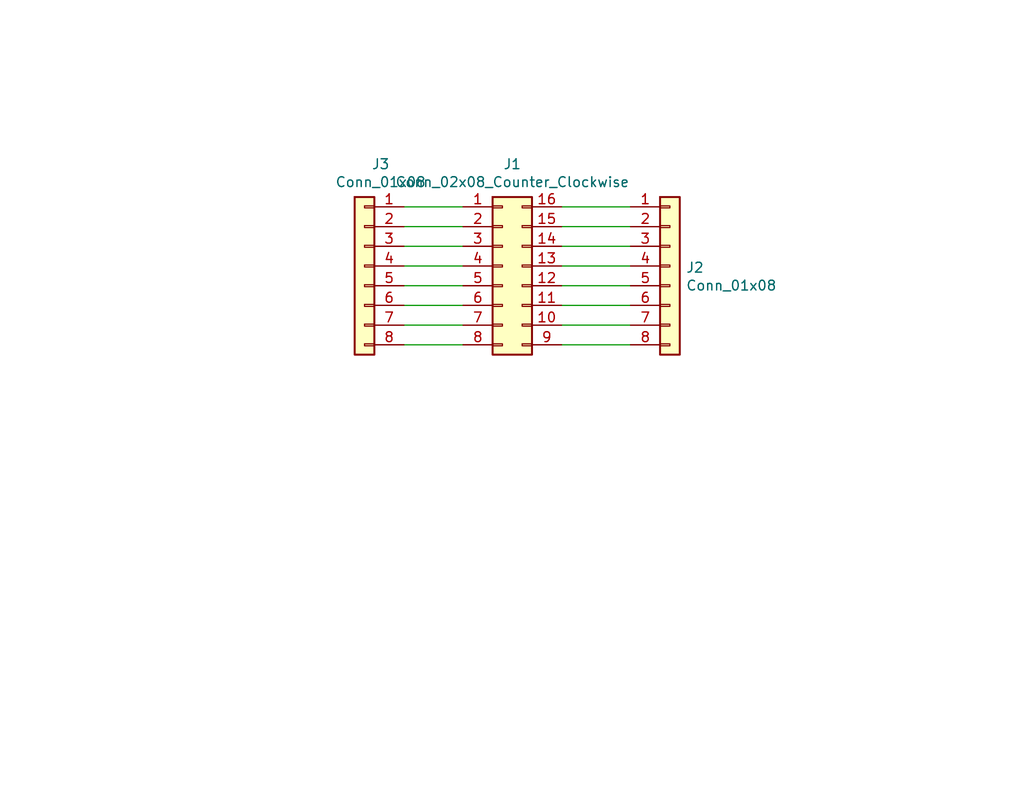
<source format=kicad_sch>
(kicad_sch (version 20230121) (generator eeschema)
  (paper "User" 132.004 102.006)
  (title_block (title "SOIC16 To DIP16 Breakout Board") (date "2019-07-04") (rev "1") (company "SirBoard") (comment 1 "SOIC16 P = 1.27mm") (comment 2 "TSSOP P = 0.65mm") (comment 3 "DIP P = 2.54mm"))
  (lib_symbols
    (symbol "Connector_Generic:Conn_01x08" (pin_names (offset 1.016) hide)
      (property "Reference" "J" (at 0 10.16 0))
      (property "Value" "Conn_01x08" (at 0 -12.7 0))
      (symbol "Conn_01x08_1_1"
        (rectangle (start -1.27 -10.033) (end 0 -10.287) (stroke (width 0.1524)))
        (rectangle (start -1.27 -7.493) (end 0 -7.747) (stroke (width 0.1524)))
        (rectangle (start -1.27 -4.953) (end 0 -5.207) (stroke (width 0.1524)))
        (rectangle (start -1.27 -2.413) (end 0 -2.667) (stroke (width 0.1524)))
        (rectangle (start -1.27 0.127) (end 0 -0.127) (stroke (width 0.1524)))
        (rectangle (start -1.27 2.667) (end 0 2.413) (stroke (width 0.1524)))
        (rectangle (start -1.27 5.207) (end 0 4.953) (stroke (width 0.1524)))
        (rectangle (start -1.27 7.747) (end 0 7.493) (stroke (width 0.1524)))
        (rectangle (start -1.27 8.89) (end 1.27 -11.43) (stroke (width 0.254)) (fill (type background)))
        (pin passive line (at -5.08 7.62 0) (length 3.81) (name "Pin_1") (number "1"))
        (pin passive line (at -5.08 5.08 0) (length 3.81) (name "Pin_2") (number "2"))
        (pin passive line (at -5.08 2.54 0) (length 3.81) (name "Pin_3") (number "3"))
        (pin passive line (at -5.08 0 0) (length 3.81) (name "Pin_4") (number "4"))
        (pin passive line (at -5.08 -2.54 0) (length 3.81) (name "Pin_5") (number "5"))
        (pin passive line (at -5.08 -5.08 0) (length 3.81) (name "Pin_6") (number "6"))
        (pin passive line (at -5.08 -7.62 0) (length 3.81) (name "Pin_7") (number "7"))
        (pin passive line (at -5.08 -10.16 0) (length 3.81) (name "Pin_8") (number "8"))
      )
    )
    (symbol "Connector_Generic:Conn_02x08_Counter_Clockwise" (pin_names (offset 1.016) hide)
      (property "Reference" "J" (at 1.27 10.16 0))
      (property "Value" "Conn_02x08_Counter_Clockwise" (at 1.27 -12.7 0))
      (symbol "Conn_02x08_Counter_Clockwise_1_1"
        (rectangle (start -1.27 -10.033) (end 0 -10.287) (stroke (width 0.1524)))
        (rectangle (start -1.27 -7.493) (end 0 -7.747) (stroke (width 0.1524)))
        (rectangle (start -1.27 -4.953) (end 0 -5.207) (stroke (width 0.1524)))
        (rectangle (start -1.27 -2.413) (end 0 -2.667) (stroke (width 0.1524)))
        (rectangle (start -1.27 0.127) (end 0 -0.127) (stroke (width 0.1524)))
        (rectangle (start -1.27 2.667) (end 0 2.413) (stroke (width 0.1524)))
        (rectangle (start -1.27 5.207) (end 0 4.953) (stroke (width 0.1524)))
        (rectangle (start -1.27 7.747) (end 0 7.493) (stroke (width 0.1524)))
        (rectangle (start -1.27 8.89) (end 3.81 -11.43) (stroke (width 0.254)) (fill (type background)))
        (rectangle (start 3.81 -10.033) (end 2.54 -10.287) (stroke (width 0.1524)))
        (rectangle (start 3.81 -7.493) (end 2.54 -7.747) (stroke (width 0.1524)))
        (rectangle (start 3.81 -4.953) (end 2.54 -5.207) (stroke (width 0.1524)))
        (rectangle (start 3.81 -2.413) (end 2.54 -2.667) (stroke (width 0.1524)))
        (rectangle (start 3.81 0.127) (end 2.54 -0.127) (stroke (width 0.1524)))
        (rectangle (start 3.81 2.667) (end 2.54 2.413) (stroke (width 0.1524)))
        (rectangle (start 3.81 5.207) (end 2.54 4.953) (stroke (width 0.1524)))
        (rectangle (start 3.81 7.747) (end 2.54 7.493) (stroke (width 0.1524)))
        (pin passive line (at -5.08 7.62 0) (length 3.81) (name "Pin_1") (number "1"))
        (pin passive line (at 7.62 -7.62 180) (length 3.81) (name "Pin_10") (number "10"))
        (pin passive line (at 7.62 -5.08 180) (length 3.81) (name "Pin_11") (number "11"))
        (pin passive line (at 7.62 -2.54 180) (length 3.81) (name "Pin_12") (number "12"))
        (pin passive line (at 7.62 0 180) (length 3.81) (name "Pin_13") (number "13"))
        (pin passive line (at 7.62 2.54 180) (length 3.81) (name "Pin_14") (number "14"))
        (pin passive line (at 7.62 5.08 180) (length 3.81) (name "Pin_15") (number "15"))
        (pin passive line (at 7.62 7.62 180) (length 3.81) (name "Pin_16") (number "16"))
        (pin passive line (at -5.08 5.08 0) (length 3.81) (name "Pin_2") (number "2"))
        (pin passive line (at -5.08 2.54 0) (length 3.81) (name "Pin_3") (number "3"))
        (pin passive line (at -5.08 0 0) (length 3.81) (name "Pin_4") (number "4"))
        (pin passive line (at -5.08 -2.54 0) (length 3.81) (name "Pin_5") (number "5"))
        (pin passive line (at -5.08 -5.08 0) (length 3.81) (name "Pin_6") (number "6"))
        (pin passive line (at -5.08 -7.62 0) (length 3.81) (name "Pin_7") (number "7"))
        (pin passive line (at -5.08 -10.16 0) (length 3.81) (name "Pin_8") (number "8"))
        (pin passive line (at 7.62 -10.16 180) (length 3.81) (name "Pin_9") (number "9"))
      )
    )
  )
  (wire (pts (xy 52.07 26.67) (xy 59.69 26.67)))
  (wire (pts (xy 81.28 29.21) (xy 72.39 29.21)))
  (wire (pts (xy 52.07 31.75) (xy 59.69 31.75)))
  (wire (pts (xy 59.69 29.21) (xy 52.07 29.21)))
  (wire (pts (xy 72.39 31.75) (xy 81.28 31.75)))
  (wire (pts (xy 81.28 39.37) (xy 72.39 39.37)))
  (wire (pts (xy 59.69 34.29) (xy 52.07 34.29)))
  (wire (pts (xy 59.69 44.45) (xy 52.07 44.45)))
  (wire (pts (xy 81.28 34.29) (xy 72.39 34.29)))
  (wire (pts (xy 81.28 44.45) (xy 72.39 44.45)))
  (wire (pts (xy 72.39 36.83) (xy 81.28 36.83)))
  (wire (pts (xy 52.07 36.83) (xy 59.69 36.83)))
  (wire (pts (xy 72.39 41.91) (xy 81.28 41.91)))
  (wire (pts (xy 52.07 41.91) (xy 59.69 41.91)))
  (wire (pts (xy 59.69 39.37) (xy 52.07 39.37)))
  (wire (pts (xy 72.39 26.67) (xy 81.28 26.67)))
  (symbol (lib_id "Connector_Generic:Conn_01x08") (at 86.36 34.29 0) (unit 1)
    (property "Reference" "J2" (at 88.392 34.4932 0) (effects (justify left)))
    (property "Value" "Conn_01x08" (at 88.392 36.8046 0) (effects (justify left)))
    (property "Footprint" "Connector_PinHeader_2.54mm:PinHeader_1x08_P2.54mm_Vertical" (effects hide))
  )
  (symbol (lib_id "Connector_Generic:Conn_01x08") (at 46.99 34.29 0) (mirror y) (unit 1)
    (property "Reference" "J3" (at 49.0728 21.1582 0))
    (property "Value" "Conn_01x08" (at 49.0728 23.4696 0))
    (property "Footprint" "Connector_PinHeader_2.54mm:PinHeader_1x08_P2.54mm_Vertical" (effects hide))
  )
  (symbol (lib_id "Connector_Generic:Conn_02x08_Counter_Clockwise") (at 64.77 34.29 0) (unit 1)
    (property "Reference" "J1" (at 66.04 21.1582 0))
    (property "Value" "Conn_02x08_Counter_Clockwise" (at 66.04 23.4696 0))
    (property "Footprint" "Package_SO:SOIC-16_3.9x9.9mm_P1.27mm" (effects hide))
  )
)
</source>
